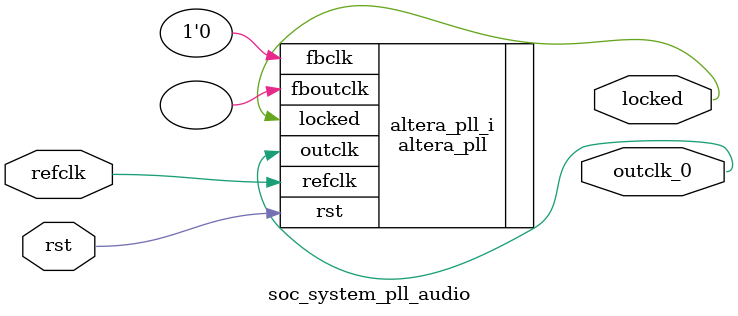
<source format=v>
`timescale 1ns/10ps
module  soc_system_pll_audio(

	// interface 'refclk'
	input wire refclk,

	// interface 'reset'
	input wire rst,

	// interface 'outclk0'
	output wire outclk_0,

	// interface 'locked'
	output wire locked
);

	altera_pll #(
		.fractional_vco_multiplier("true"),
		.reference_clock_frequency("50.0 MHz"),
		.operation_mode("normal"),
		.number_of_clocks(1),
		.output_clock_frequency0("18.431999 MHz"),
		.phase_shift0("0 ps"),
		.duty_cycle0(50),
		.output_clock_frequency1("0 MHz"),
		.phase_shift1("0 ps"),
		.duty_cycle1(50),
		.output_clock_frequency2("0 MHz"),
		.phase_shift2("0 ps"),
		.duty_cycle2(50),
		.output_clock_frequency3("0 MHz"),
		.phase_shift3("0 ps"),
		.duty_cycle3(50),
		.output_clock_frequency4("0 MHz"),
		.phase_shift4("0 ps"),
		.duty_cycle4(50),
		.output_clock_frequency5("0 MHz"),
		.phase_shift5("0 ps"),
		.duty_cycle5(50),
		.output_clock_frequency6("0 MHz"),
		.phase_shift6("0 ps"),
		.duty_cycle6(50),
		.output_clock_frequency7("0 MHz"),
		.phase_shift7("0 ps"),
		.duty_cycle7(50),
		.output_clock_frequency8("0 MHz"),
		.phase_shift8("0 ps"),
		.duty_cycle8(50),
		.output_clock_frequency9("0 MHz"),
		.phase_shift9("0 ps"),
		.duty_cycle9(50),
		.output_clock_frequency10("0 MHz"),
		.phase_shift10("0 ps"),
		.duty_cycle10(50),
		.output_clock_frequency11("0 MHz"),
		.phase_shift11("0 ps"),
		.duty_cycle11(50),
		.output_clock_frequency12("0 MHz"),
		.phase_shift12("0 ps"),
		.duty_cycle12(50),
		.output_clock_frequency13("0 MHz"),
		.phase_shift13("0 ps"),
		.duty_cycle13(50),
		.output_clock_frequency14("0 MHz"),
		.phase_shift14("0 ps"),
		.duty_cycle14(50),
		.output_clock_frequency15("0 MHz"),
		.phase_shift15("0 ps"),
		.duty_cycle15(50),
		.output_clock_frequency16("0 MHz"),
		.phase_shift16("0 ps"),
		.duty_cycle16(50),
		.output_clock_frequency17("0 MHz"),
		.phase_shift17("0 ps"),
		.duty_cycle17(50),
		.pll_type("General"),
		.pll_subtype("General")
	) altera_pll_i (
		.outclk	({outclk_0}),
		.locked	(locked),
		.fboutclk	( ),
		.fbclk	(1'b0),
		.rst	(rst),
		.refclk	(refclk)
	);
endmodule


</source>
